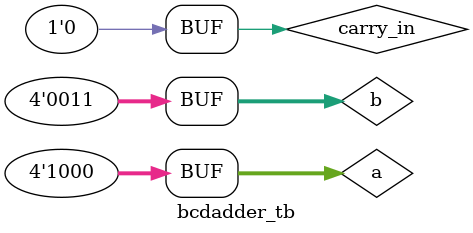
<source format=v>
module bcd_adder(a,b,carry_in,sum,carry);

    input [3:0] a,b;
    input carry_in;
    output [3:0] sum;
    output carry;
    
    reg [4:0] sum_temp;
    reg [3:0] sum;
    reg carry;  

    always @(a,b,carry_in)
    begin
        sum_temp = a+b+carry_in; //add all the inputs
        if(sum_temp > 9)    begin
            sum_temp = sum_temp+6; //add 6, if result is more than 9.
            carry = 1;  //set the carry output
            sum = sum_temp[3:0];    end
        else    begin
            carry = 0;
            sum = sum_temp[3:0];
        end
    end     

endmodule

module bcdadder_tb;

    // Inputs
    reg [3:0] a;
    reg [3:0] b;
    reg carry_in;

    // Outputs
    wire [3:0] sum;
    wire carry;

    // Instantiate the Unit Under Test (UUT)
    bcd_adder uut (
        .a(a), 
        .b(b), 
        .carry_in(carry_in), 
        .sum(sum), 
        .carry(carry)
    );

initial
    begin
        $dumpfile("bcdadder.vcd");
        $dumpvars(0, bcdadder_tb);
    end

    initial begin
        // Apply Inputs
        a = 0;  b = 1;  carry_in = 0;   #100;

        a = 3;  b = 4;  carry_in = 1;   #100;
       
        a = 8;  b = 3;  carry_in = 0;   #100;
      
    end
      
      initial
    begin
        $monitor("A = %d\tB = %d\t carryin=%d\t Sum = %d\t Carry = %d\t", a, b, carry_in, sum, carry);
    end

endmodule

</source>
